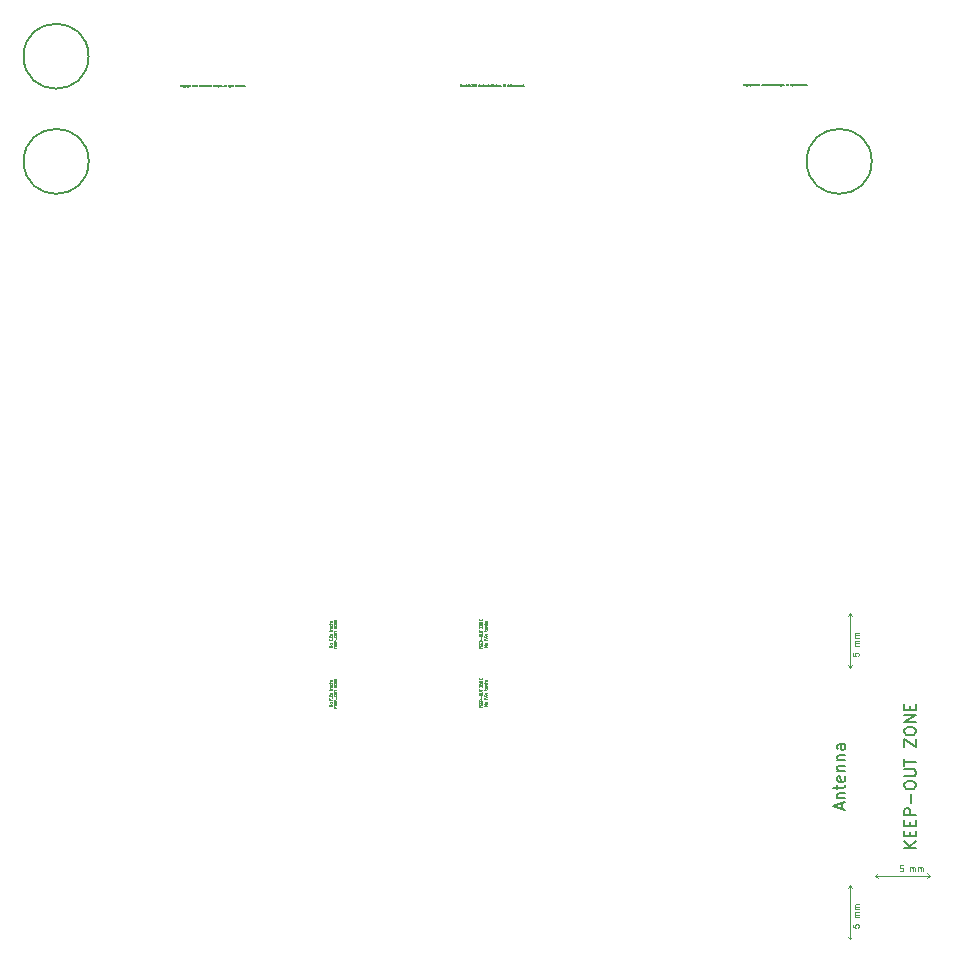
<source format=gbr>
G04 #@! TF.GenerationSoftware,KiCad,Pcbnew,(6.0.0)*
G04 #@! TF.CreationDate,2022-02-26T11:33:25+01:00*
G04 #@! TF.ProjectId,hamodule,68616d6f-6475-46c6-952e-6b696361645f,rev?*
G04 #@! TF.SameCoordinates,Original*
G04 #@! TF.FileFunction,Other,Comment*
%FSLAX46Y46*%
G04 Gerber Fmt 4.6, Leading zero omitted, Abs format (unit mm)*
G04 Created by KiCad (PCBNEW (6.0.0)) date 2022-02-26 11:33:25*
%MOMM*%
%LPD*%
G01*
G04 APERTURE LIST*
%ADD10C,0.002000*%
%ADD11C,0.030000*%
%ADD12C,0.150000*%
%ADD13C,0.100000*%
G04 APERTURE END LIST*
D10*
X166500666Y-78998857D02*
X166494619Y-79004904D01*
X166476476Y-79010952D01*
X166464380Y-79010952D01*
X166446238Y-79004904D01*
X166434142Y-78992809D01*
X166428095Y-78980714D01*
X166422047Y-78956523D01*
X166422047Y-78938380D01*
X166428095Y-78914190D01*
X166434142Y-78902095D01*
X166446238Y-78890000D01*
X166464380Y-78883952D01*
X166476476Y-78883952D01*
X166494619Y-78890000D01*
X166500666Y-78896047D01*
X166573238Y-79010952D02*
X166561142Y-79004904D01*
X166555095Y-78998857D01*
X166549047Y-78986761D01*
X166549047Y-78950476D01*
X166555095Y-78938380D01*
X166561142Y-78932333D01*
X166573238Y-78926285D01*
X166591380Y-78926285D01*
X166603476Y-78932333D01*
X166609523Y-78938380D01*
X166615571Y-78950476D01*
X166615571Y-78986761D01*
X166609523Y-78998857D01*
X166603476Y-79004904D01*
X166591380Y-79010952D01*
X166573238Y-79010952D01*
X166670000Y-78926285D02*
X166670000Y-79053285D01*
X166670000Y-78932333D02*
X166682095Y-78926285D01*
X166706285Y-78926285D01*
X166718380Y-78932333D01*
X166724428Y-78938380D01*
X166730476Y-78950476D01*
X166730476Y-78986761D01*
X166724428Y-78998857D01*
X166718380Y-79004904D01*
X166706285Y-79010952D01*
X166682095Y-79010952D01*
X166670000Y-79004904D01*
X166772809Y-78926285D02*
X166803047Y-79010952D01*
X166833285Y-78926285D02*
X166803047Y-79010952D01*
X166790952Y-79041190D01*
X166784904Y-79047238D01*
X166772809Y-79053285D01*
X166881666Y-79010952D02*
X166881666Y-78926285D01*
X166881666Y-78950476D02*
X166887714Y-78938380D01*
X166893761Y-78932333D01*
X166905857Y-78926285D01*
X166917952Y-78926285D01*
X166960285Y-79010952D02*
X166960285Y-78926285D01*
X166960285Y-78883952D02*
X166954238Y-78890000D01*
X166960285Y-78896047D01*
X166966333Y-78890000D01*
X166960285Y-78883952D01*
X166960285Y-78896047D01*
X167075190Y-78926285D02*
X167075190Y-79029095D01*
X167069142Y-79041190D01*
X167063095Y-79047238D01*
X167051000Y-79053285D01*
X167032857Y-79053285D01*
X167020761Y-79047238D01*
X167075190Y-79004904D02*
X167063095Y-79010952D01*
X167038904Y-79010952D01*
X167026809Y-79004904D01*
X167020761Y-78998857D01*
X167014714Y-78986761D01*
X167014714Y-78950476D01*
X167020761Y-78938380D01*
X167026809Y-78932333D01*
X167038904Y-78926285D01*
X167063095Y-78926285D01*
X167075190Y-78932333D01*
X167135666Y-79010952D02*
X167135666Y-78883952D01*
X167190095Y-79010952D02*
X167190095Y-78944428D01*
X167184047Y-78932333D01*
X167171952Y-78926285D01*
X167153809Y-78926285D01*
X167141714Y-78932333D01*
X167135666Y-78938380D01*
X167232428Y-78926285D02*
X167280809Y-78926285D01*
X167250571Y-78883952D02*
X167250571Y-78992809D01*
X167256619Y-79004904D01*
X167268714Y-79010952D01*
X167280809Y-79010952D01*
X167413857Y-78896047D02*
X167419904Y-78890000D01*
X167432000Y-78883952D01*
X167462238Y-78883952D01*
X167474333Y-78890000D01*
X167480380Y-78896047D01*
X167486428Y-78908142D01*
X167486428Y-78920238D01*
X167480380Y-78938380D01*
X167407809Y-79010952D01*
X167486428Y-79010952D01*
X167565047Y-78883952D02*
X167577142Y-78883952D01*
X167589238Y-78890000D01*
X167595285Y-78896047D01*
X167601333Y-78908142D01*
X167607380Y-78932333D01*
X167607380Y-78962571D01*
X167601333Y-78986761D01*
X167595285Y-78998857D01*
X167589238Y-79004904D01*
X167577142Y-79010952D01*
X167565047Y-79010952D01*
X167552952Y-79004904D01*
X167546904Y-78998857D01*
X167540857Y-78986761D01*
X167534809Y-78962571D01*
X167534809Y-78932333D01*
X167540857Y-78908142D01*
X167546904Y-78896047D01*
X167552952Y-78890000D01*
X167565047Y-78883952D01*
X167655761Y-78896047D02*
X167661809Y-78890000D01*
X167673904Y-78883952D01*
X167704142Y-78883952D01*
X167716238Y-78890000D01*
X167722285Y-78896047D01*
X167728333Y-78908142D01*
X167728333Y-78920238D01*
X167722285Y-78938380D01*
X167649714Y-79010952D01*
X167728333Y-79010952D01*
X167849285Y-79010952D02*
X167776714Y-79010952D01*
X167813000Y-79010952D02*
X167813000Y-78883952D01*
X167800904Y-78902095D01*
X167788809Y-78914190D01*
X167776714Y-78920238D01*
X167994428Y-78974666D02*
X168054904Y-78974666D01*
X167982333Y-79010952D02*
X168024666Y-78883952D01*
X168067000Y-79010952D01*
X168163761Y-79004904D02*
X168151666Y-79010952D01*
X168127476Y-79010952D01*
X168115380Y-79004904D01*
X168109333Y-78998857D01*
X168103285Y-78986761D01*
X168103285Y-78950476D01*
X168109333Y-78938380D01*
X168115380Y-78932333D01*
X168127476Y-78926285D01*
X168151666Y-78926285D01*
X168163761Y-78932333D01*
X168272619Y-79004904D02*
X168260523Y-79010952D01*
X168236333Y-79010952D01*
X168224238Y-79004904D01*
X168218190Y-78998857D01*
X168212142Y-78986761D01*
X168212142Y-78950476D01*
X168218190Y-78938380D01*
X168224238Y-78932333D01*
X168236333Y-78926285D01*
X168260523Y-78926285D01*
X168272619Y-78932333D01*
X168375428Y-79004904D02*
X168363333Y-79010952D01*
X168339142Y-79010952D01*
X168327047Y-79004904D01*
X168321000Y-78992809D01*
X168321000Y-78944428D01*
X168327047Y-78932333D01*
X168339142Y-78926285D01*
X168363333Y-78926285D01*
X168375428Y-78932333D01*
X168381476Y-78944428D01*
X168381476Y-78956523D01*
X168321000Y-78968619D01*
X168454047Y-79010952D02*
X168441952Y-79004904D01*
X168435904Y-78992809D01*
X168435904Y-78883952D01*
X168550809Y-79004904D02*
X168538714Y-79010952D01*
X168514523Y-79010952D01*
X168502428Y-79004904D01*
X168496380Y-78992809D01*
X168496380Y-78944428D01*
X168502428Y-78932333D01*
X168514523Y-78926285D01*
X168538714Y-78926285D01*
X168550809Y-78932333D01*
X168556857Y-78944428D01*
X168556857Y-78956523D01*
X168496380Y-78968619D01*
X168611285Y-79010952D02*
X168611285Y-78926285D01*
X168611285Y-78950476D02*
X168617333Y-78938380D01*
X168623380Y-78932333D01*
X168635476Y-78926285D01*
X168647571Y-78926285D01*
X168744333Y-79010952D02*
X168744333Y-78944428D01*
X168738285Y-78932333D01*
X168726190Y-78926285D01*
X168702000Y-78926285D01*
X168689904Y-78932333D01*
X168744333Y-79004904D02*
X168732238Y-79010952D01*
X168702000Y-79010952D01*
X168689904Y-79004904D01*
X168683857Y-78992809D01*
X168683857Y-78980714D01*
X168689904Y-78968619D01*
X168702000Y-78962571D01*
X168732238Y-78962571D01*
X168744333Y-78956523D01*
X168786666Y-78926285D02*
X168835047Y-78926285D01*
X168804809Y-78883952D02*
X168804809Y-78992809D01*
X168810857Y-79004904D01*
X168822952Y-79010952D01*
X168835047Y-79010952D01*
X168925761Y-79004904D02*
X168913666Y-79010952D01*
X168889476Y-79010952D01*
X168877380Y-79004904D01*
X168871333Y-78992809D01*
X168871333Y-78944428D01*
X168877380Y-78932333D01*
X168889476Y-78926285D01*
X168913666Y-78926285D01*
X168925761Y-78932333D01*
X168931809Y-78944428D01*
X168931809Y-78956523D01*
X168871333Y-78968619D01*
X169040666Y-79010952D02*
X169040666Y-78883952D01*
X169040666Y-79004904D02*
X169028571Y-79010952D01*
X169004380Y-79010952D01*
X168992285Y-79004904D01*
X168986238Y-78998857D01*
X168980190Y-78986761D01*
X168980190Y-78950476D01*
X168986238Y-78938380D01*
X168992285Y-78932333D01*
X169004380Y-78926285D01*
X169028571Y-78926285D01*
X169040666Y-78932333D01*
X169197904Y-79010952D02*
X169197904Y-78883952D01*
X169228142Y-78883952D01*
X169246285Y-78890000D01*
X169258380Y-78902095D01*
X169264428Y-78914190D01*
X169270476Y-78938380D01*
X169270476Y-78956523D01*
X169264428Y-78980714D01*
X169258380Y-78992809D01*
X169246285Y-79004904D01*
X169228142Y-79010952D01*
X169197904Y-79010952D01*
X169373285Y-79004904D02*
X169361190Y-79010952D01*
X169337000Y-79010952D01*
X169324904Y-79004904D01*
X169318857Y-78992809D01*
X169318857Y-78944428D01*
X169324904Y-78932333D01*
X169337000Y-78926285D01*
X169361190Y-78926285D01*
X169373285Y-78932333D01*
X169379333Y-78944428D01*
X169379333Y-78956523D01*
X169318857Y-78968619D01*
X169427714Y-79004904D02*
X169439809Y-79010952D01*
X169464000Y-79010952D01*
X169476095Y-79004904D01*
X169482142Y-78992809D01*
X169482142Y-78986761D01*
X169476095Y-78974666D01*
X169464000Y-78968619D01*
X169445857Y-78968619D01*
X169433761Y-78962571D01*
X169427714Y-78950476D01*
X169427714Y-78944428D01*
X169433761Y-78932333D01*
X169445857Y-78926285D01*
X169464000Y-78926285D01*
X169476095Y-78932333D01*
X169536571Y-79010952D02*
X169536571Y-78926285D01*
X169536571Y-78883952D02*
X169530523Y-78890000D01*
X169536571Y-78896047D01*
X169542619Y-78890000D01*
X169536571Y-78883952D01*
X169536571Y-78896047D01*
X169651476Y-78926285D02*
X169651476Y-79029095D01*
X169645428Y-79041190D01*
X169639380Y-79047238D01*
X169627285Y-79053285D01*
X169609142Y-79053285D01*
X169597047Y-79047238D01*
X169651476Y-79004904D02*
X169639380Y-79010952D01*
X169615190Y-79010952D01*
X169603095Y-79004904D01*
X169597047Y-78998857D01*
X169591000Y-78986761D01*
X169591000Y-78950476D01*
X169597047Y-78938380D01*
X169603095Y-78932333D01*
X169615190Y-78926285D01*
X169639380Y-78926285D01*
X169651476Y-78932333D01*
X169711952Y-78926285D02*
X169711952Y-79010952D01*
X169711952Y-78938380D02*
X169718000Y-78932333D01*
X169730095Y-78926285D01*
X169748238Y-78926285D01*
X169760333Y-78932333D01*
X169766380Y-78944428D01*
X169766380Y-79010952D01*
X169820809Y-79004904D02*
X169832904Y-79010952D01*
X169857095Y-79010952D01*
X169869190Y-79004904D01*
X169875238Y-78992809D01*
X169875238Y-78986761D01*
X169869190Y-78974666D01*
X169857095Y-78968619D01*
X169838952Y-78968619D01*
X169826857Y-78962571D01*
X169820809Y-78950476D01*
X169820809Y-78944428D01*
X169826857Y-78932333D01*
X169838952Y-78926285D01*
X169857095Y-78926285D01*
X169869190Y-78932333D01*
X169929666Y-78998857D02*
X169935714Y-79004904D01*
X169929666Y-79010952D01*
X169923619Y-79004904D01*
X169929666Y-78998857D01*
X169929666Y-79010952D01*
X170080857Y-78974666D02*
X170141333Y-78974666D01*
X170068761Y-79010952D02*
X170111095Y-78883952D01*
X170153428Y-79010952D01*
X170213904Y-79010952D02*
X170201809Y-79004904D01*
X170195761Y-78992809D01*
X170195761Y-78883952D01*
X170280428Y-79010952D02*
X170268333Y-79004904D01*
X170262285Y-78992809D01*
X170262285Y-78883952D01*
X170425571Y-79010952D02*
X170425571Y-78926285D01*
X170425571Y-78950476D02*
X170431619Y-78938380D01*
X170437666Y-78932333D01*
X170449761Y-78926285D01*
X170461857Y-78926285D01*
X170504190Y-79010952D02*
X170504190Y-78926285D01*
X170504190Y-78883952D02*
X170498142Y-78890000D01*
X170504190Y-78896047D01*
X170510238Y-78890000D01*
X170504190Y-78883952D01*
X170504190Y-78896047D01*
X170619095Y-78926285D02*
X170619095Y-79029095D01*
X170613047Y-79041190D01*
X170607000Y-79047238D01*
X170594904Y-79053285D01*
X170576761Y-79053285D01*
X170564666Y-79047238D01*
X170619095Y-79004904D02*
X170607000Y-79010952D01*
X170582809Y-79010952D01*
X170570714Y-79004904D01*
X170564666Y-78998857D01*
X170558619Y-78986761D01*
X170558619Y-78950476D01*
X170564666Y-78938380D01*
X170570714Y-78932333D01*
X170582809Y-78926285D01*
X170607000Y-78926285D01*
X170619095Y-78932333D01*
X170679571Y-79010952D02*
X170679571Y-78883952D01*
X170734000Y-79010952D02*
X170734000Y-78944428D01*
X170727952Y-78932333D01*
X170715857Y-78926285D01*
X170697714Y-78926285D01*
X170685619Y-78932333D01*
X170679571Y-78938380D01*
X170776333Y-78926285D02*
X170824714Y-78926285D01*
X170794476Y-78883952D02*
X170794476Y-78992809D01*
X170800523Y-79004904D01*
X170812619Y-79010952D01*
X170824714Y-79010952D01*
X170861000Y-79004904D02*
X170873095Y-79010952D01*
X170897285Y-79010952D01*
X170909380Y-79004904D01*
X170915428Y-78992809D01*
X170915428Y-78986761D01*
X170909380Y-78974666D01*
X170897285Y-78968619D01*
X170879142Y-78968619D01*
X170867047Y-78962571D01*
X170861000Y-78950476D01*
X170861000Y-78944428D01*
X170867047Y-78932333D01*
X170879142Y-78926285D01*
X170897285Y-78926285D01*
X170909380Y-78932333D01*
X171066619Y-79010952D02*
X171066619Y-78926285D01*
X171066619Y-78950476D02*
X171072666Y-78938380D01*
X171078714Y-78932333D01*
X171090809Y-78926285D01*
X171102904Y-78926285D01*
X171193619Y-79004904D02*
X171181523Y-79010952D01*
X171157333Y-79010952D01*
X171145238Y-79004904D01*
X171139190Y-78992809D01*
X171139190Y-78944428D01*
X171145238Y-78932333D01*
X171157333Y-78926285D01*
X171181523Y-78926285D01*
X171193619Y-78932333D01*
X171199666Y-78944428D01*
X171199666Y-78956523D01*
X171139190Y-78968619D01*
X171248047Y-79004904D02*
X171260142Y-79010952D01*
X171284333Y-79010952D01*
X171296428Y-79004904D01*
X171302476Y-78992809D01*
X171302476Y-78986761D01*
X171296428Y-78974666D01*
X171284333Y-78968619D01*
X171266190Y-78968619D01*
X171254095Y-78962571D01*
X171248047Y-78950476D01*
X171248047Y-78944428D01*
X171254095Y-78932333D01*
X171266190Y-78926285D01*
X171284333Y-78926285D01*
X171296428Y-78932333D01*
X171405285Y-79004904D02*
X171393190Y-79010952D01*
X171369000Y-79010952D01*
X171356904Y-79004904D01*
X171350857Y-78992809D01*
X171350857Y-78944428D01*
X171356904Y-78932333D01*
X171369000Y-78926285D01*
X171393190Y-78926285D01*
X171405285Y-78932333D01*
X171411333Y-78944428D01*
X171411333Y-78956523D01*
X171350857Y-78968619D01*
X171465761Y-79010952D02*
X171465761Y-78926285D01*
X171465761Y-78950476D02*
X171471809Y-78938380D01*
X171477857Y-78932333D01*
X171489952Y-78926285D01*
X171502047Y-78926285D01*
X171532285Y-78926285D02*
X171562523Y-79010952D01*
X171592761Y-78926285D01*
X171689523Y-79004904D02*
X171677428Y-79010952D01*
X171653238Y-79010952D01*
X171641142Y-79004904D01*
X171635095Y-78992809D01*
X171635095Y-78944428D01*
X171641142Y-78932333D01*
X171653238Y-78926285D01*
X171677428Y-78926285D01*
X171689523Y-78932333D01*
X171695571Y-78944428D01*
X171695571Y-78956523D01*
X171635095Y-78968619D01*
X171804428Y-79010952D02*
X171804428Y-78883952D01*
X171804428Y-79004904D02*
X171792333Y-79010952D01*
X171768142Y-79010952D01*
X171756047Y-79004904D01*
X171750000Y-78998857D01*
X171743952Y-78986761D01*
X171743952Y-78950476D01*
X171750000Y-78938380D01*
X171756047Y-78932333D01*
X171768142Y-78926285D01*
X171792333Y-78926285D01*
X171804428Y-78932333D01*
X171864904Y-78998857D02*
X171870952Y-79004904D01*
X171864904Y-79010952D01*
X171858857Y-79004904D01*
X171864904Y-78998857D01*
X171864904Y-79010952D01*
X142854266Y-79022456D02*
X142848219Y-79028503D01*
X142830076Y-79034551D01*
X142817980Y-79034551D01*
X142799838Y-79028503D01*
X142787742Y-79016408D01*
X142781695Y-79004313D01*
X142775647Y-78980122D01*
X142775647Y-78961979D01*
X142781695Y-78937789D01*
X142787742Y-78925694D01*
X142799838Y-78913599D01*
X142817980Y-78907551D01*
X142830076Y-78907551D01*
X142848219Y-78913599D01*
X142854266Y-78919646D01*
X142926838Y-79034551D02*
X142914742Y-79028503D01*
X142908695Y-79022456D01*
X142902647Y-79010360D01*
X142902647Y-78974075D01*
X142908695Y-78961979D01*
X142914742Y-78955932D01*
X142926838Y-78949884D01*
X142944980Y-78949884D01*
X142957076Y-78955932D01*
X142963123Y-78961979D01*
X142969171Y-78974075D01*
X142969171Y-79010360D01*
X142963123Y-79022456D01*
X142957076Y-79028503D01*
X142944980Y-79034551D01*
X142926838Y-79034551D01*
X143023600Y-78949884D02*
X143023600Y-79076884D01*
X143023600Y-78955932D02*
X143035695Y-78949884D01*
X143059885Y-78949884D01*
X143071980Y-78955932D01*
X143078028Y-78961979D01*
X143084076Y-78974075D01*
X143084076Y-79010360D01*
X143078028Y-79022456D01*
X143071980Y-79028503D01*
X143059885Y-79034551D01*
X143035695Y-79034551D01*
X143023600Y-79028503D01*
X143126409Y-78949884D02*
X143156647Y-79034551D01*
X143186885Y-78949884D02*
X143156647Y-79034551D01*
X143144552Y-79064789D01*
X143138504Y-79070837D01*
X143126409Y-79076884D01*
X143235266Y-79034551D02*
X143235266Y-78949884D01*
X143235266Y-78974075D02*
X143241314Y-78961979D01*
X143247361Y-78955932D01*
X143259457Y-78949884D01*
X143271552Y-78949884D01*
X143313885Y-79034551D02*
X143313885Y-78949884D01*
X143313885Y-78907551D02*
X143307838Y-78913599D01*
X143313885Y-78919646D01*
X143319933Y-78913599D01*
X143313885Y-78907551D01*
X143313885Y-78919646D01*
X143428790Y-78949884D02*
X143428790Y-79052694D01*
X143422742Y-79064789D01*
X143416695Y-79070837D01*
X143404600Y-79076884D01*
X143386457Y-79076884D01*
X143374361Y-79070837D01*
X143428790Y-79028503D02*
X143416695Y-79034551D01*
X143392504Y-79034551D01*
X143380409Y-79028503D01*
X143374361Y-79022456D01*
X143368314Y-79010360D01*
X143368314Y-78974075D01*
X143374361Y-78961979D01*
X143380409Y-78955932D01*
X143392504Y-78949884D01*
X143416695Y-78949884D01*
X143428790Y-78955932D01*
X143489266Y-79034551D02*
X143489266Y-78907551D01*
X143543695Y-79034551D02*
X143543695Y-78968027D01*
X143537647Y-78955932D01*
X143525552Y-78949884D01*
X143507409Y-78949884D01*
X143495314Y-78955932D01*
X143489266Y-78961979D01*
X143586028Y-78949884D02*
X143634409Y-78949884D01*
X143604171Y-78907551D02*
X143604171Y-79016408D01*
X143610219Y-79028503D01*
X143622314Y-79034551D01*
X143634409Y-79034551D01*
X143767457Y-78919646D02*
X143773504Y-78913599D01*
X143785600Y-78907551D01*
X143815838Y-78907551D01*
X143827933Y-78913599D01*
X143833980Y-78919646D01*
X143840028Y-78931741D01*
X143840028Y-78943837D01*
X143833980Y-78961979D01*
X143761409Y-79034551D01*
X143840028Y-79034551D01*
X143918647Y-78907551D02*
X143930742Y-78907551D01*
X143942838Y-78913599D01*
X143948885Y-78919646D01*
X143954933Y-78931741D01*
X143960980Y-78955932D01*
X143960980Y-78986170D01*
X143954933Y-79010360D01*
X143948885Y-79022456D01*
X143942838Y-79028503D01*
X143930742Y-79034551D01*
X143918647Y-79034551D01*
X143906552Y-79028503D01*
X143900504Y-79022456D01*
X143894457Y-79010360D01*
X143888409Y-78986170D01*
X143888409Y-78955932D01*
X143894457Y-78931741D01*
X143900504Y-78919646D01*
X143906552Y-78913599D01*
X143918647Y-78907551D01*
X144009361Y-78919646D02*
X144015409Y-78913599D01*
X144027504Y-78907551D01*
X144057742Y-78907551D01*
X144069838Y-78913599D01*
X144075885Y-78919646D01*
X144081933Y-78931741D01*
X144081933Y-78943837D01*
X144075885Y-78961979D01*
X144003314Y-79034551D01*
X144081933Y-79034551D01*
X144202885Y-79034551D02*
X144130314Y-79034551D01*
X144166600Y-79034551D02*
X144166600Y-78907551D01*
X144154504Y-78925694D01*
X144142409Y-78937789D01*
X144130314Y-78943837D01*
X144348028Y-78998265D02*
X144408504Y-78998265D01*
X144335933Y-79034551D02*
X144378266Y-78907551D01*
X144420600Y-79034551D01*
X144517361Y-79028503D02*
X144505266Y-79034551D01*
X144481076Y-79034551D01*
X144468980Y-79028503D01*
X144462933Y-79022456D01*
X144456885Y-79010360D01*
X144456885Y-78974075D01*
X144462933Y-78961979D01*
X144468980Y-78955932D01*
X144481076Y-78949884D01*
X144505266Y-78949884D01*
X144517361Y-78955932D01*
X144626219Y-79028503D02*
X144614123Y-79034551D01*
X144589933Y-79034551D01*
X144577838Y-79028503D01*
X144571790Y-79022456D01*
X144565742Y-79010360D01*
X144565742Y-78974075D01*
X144571790Y-78961979D01*
X144577838Y-78955932D01*
X144589933Y-78949884D01*
X144614123Y-78949884D01*
X144626219Y-78955932D01*
X144729028Y-79028503D02*
X144716933Y-79034551D01*
X144692742Y-79034551D01*
X144680647Y-79028503D01*
X144674600Y-79016408D01*
X144674600Y-78968027D01*
X144680647Y-78955932D01*
X144692742Y-78949884D01*
X144716933Y-78949884D01*
X144729028Y-78955932D01*
X144735076Y-78968027D01*
X144735076Y-78980122D01*
X144674600Y-78992218D01*
X144807647Y-79034551D02*
X144795552Y-79028503D01*
X144789504Y-79016408D01*
X144789504Y-78907551D01*
X144904409Y-79028503D02*
X144892314Y-79034551D01*
X144868123Y-79034551D01*
X144856028Y-79028503D01*
X144849980Y-79016408D01*
X144849980Y-78968027D01*
X144856028Y-78955932D01*
X144868123Y-78949884D01*
X144892314Y-78949884D01*
X144904409Y-78955932D01*
X144910457Y-78968027D01*
X144910457Y-78980122D01*
X144849980Y-78992218D01*
X144964885Y-79034551D02*
X144964885Y-78949884D01*
X144964885Y-78974075D02*
X144970933Y-78961979D01*
X144976980Y-78955932D01*
X144989076Y-78949884D01*
X145001171Y-78949884D01*
X145097933Y-79034551D02*
X145097933Y-78968027D01*
X145091885Y-78955932D01*
X145079790Y-78949884D01*
X145055600Y-78949884D01*
X145043504Y-78955932D01*
X145097933Y-79028503D02*
X145085838Y-79034551D01*
X145055600Y-79034551D01*
X145043504Y-79028503D01*
X145037457Y-79016408D01*
X145037457Y-79004313D01*
X145043504Y-78992218D01*
X145055600Y-78986170D01*
X145085838Y-78986170D01*
X145097933Y-78980122D01*
X145140266Y-78949884D02*
X145188647Y-78949884D01*
X145158409Y-78907551D02*
X145158409Y-79016408D01*
X145164457Y-79028503D01*
X145176552Y-79034551D01*
X145188647Y-79034551D01*
X145279361Y-79028503D02*
X145267266Y-79034551D01*
X145243076Y-79034551D01*
X145230980Y-79028503D01*
X145224933Y-79016408D01*
X145224933Y-78968027D01*
X145230980Y-78955932D01*
X145243076Y-78949884D01*
X145267266Y-78949884D01*
X145279361Y-78955932D01*
X145285409Y-78968027D01*
X145285409Y-78980122D01*
X145224933Y-78992218D01*
X145394266Y-79034551D02*
X145394266Y-78907551D01*
X145394266Y-79028503D02*
X145382171Y-79034551D01*
X145357980Y-79034551D01*
X145345885Y-79028503D01*
X145339838Y-79022456D01*
X145333790Y-79010360D01*
X145333790Y-78974075D01*
X145339838Y-78961979D01*
X145345885Y-78955932D01*
X145357980Y-78949884D01*
X145382171Y-78949884D01*
X145394266Y-78955932D01*
X145551504Y-79034551D02*
X145551504Y-78907551D01*
X145581742Y-78907551D01*
X145599885Y-78913599D01*
X145611980Y-78925694D01*
X145618028Y-78937789D01*
X145624076Y-78961979D01*
X145624076Y-78980122D01*
X145618028Y-79004313D01*
X145611980Y-79016408D01*
X145599885Y-79028503D01*
X145581742Y-79034551D01*
X145551504Y-79034551D01*
X145726885Y-79028503D02*
X145714790Y-79034551D01*
X145690600Y-79034551D01*
X145678504Y-79028503D01*
X145672457Y-79016408D01*
X145672457Y-78968027D01*
X145678504Y-78955932D01*
X145690600Y-78949884D01*
X145714790Y-78949884D01*
X145726885Y-78955932D01*
X145732933Y-78968027D01*
X145732933Y-78980122D01*
X145672457Y-78992218D01*
X145781314Y-79028503D02*
X145793409Y-79034551D01*
X145817600Y-79034551D01*
X145829695Y-79028503D01*
X145835742Y-79016408D01*
X145835742Y-79010360D01*
X145829695Y-78998265D01*
X145817600Y-78992218D01*
X145799457Y-78992218D01*
X145787361Y-78986170D01*
X145781314Y-78974075D01*
X145781314Y-78968027D01*
X145787361Y-78955932D01*
X145799457Y-78949884D01*
X145817600Y-78949884D01*
X145829695Y-78955932D01*
X145890171Y-79034551D02*
X145890171Y-78949884D01*
X145890171Y-78907551D02*
X145884123Y-78913599D01*
X145890171Y-78919646D01*
X145896219Y-78913599D01*
X145890171Y-78907551D01*
X145890171Y-78919646D01*
X146005076Y-78949884D02*
X146005076Y-79052694D01*
X145999028Y-79064789D01*
X145992980Y-79070837D01*
X145980885Y-79076884D01*
X145962742Y-79076884D01*
X145950647Y-79070837D01*
X146005076Y-79028503D02*
X145992980Y-79034551D01*
X145968790Y-79034551D01*
X145956695Y-79028503D01*
X145950647Y-79022456D01*
X145944600Y-79010360D01*
X145944600Y-78974075D01*
X145950647Y-78961979D01*
X145956695Y-78955932D01*
X145968790Y-78949884D01*
X145992980Y-78949884D01*
X146005076Y-78955932D01*
X146065552Y-78949884D02*
X146065552Y-79034551D01*
X146065552Y-78961979D02*
X146071600Y-78955932D01*
X146083695Y-78949884D01*
X146101838Y-78949884D01*
X146113933Y-78955932D01*
X146119980Y-78968027D01*
X146119980Y-79034551D01*
X146174409Y-79028503D02*
X146186504Y-79034551D01*
X146210695Y-79034551D01*
X146222790Y-79028503D01*
X146228838Y-79016408D01*
X146228838Y-79010360D01*
X146222790Y-78998265D01*
X146210695Y-78992218D01*
X146192552Y-78992218D01*
X146180457Y-78986170D01*
X146174409Y-78974075D01*
X146174409Y-78968027D01*
X146180457Y-78955932D01*
X146192552Y-78949884D01*
X146210695Y-78949884D01*
X146222790Y-78955932D01*
X146283266Y-79022456D02*
X146289314Y-79028503D01*
X146283266Y-79034551D01*
X146277219Y-79028503D01*
X146283266Y-79022456D01*
X146283266Y-79034551D01*
X146434457Y-78998265D02*
X146494933Y-78998265D01*
X146422361Y-79034551D02*
X146464695Y-78907551D01*
X146507028Y-79034551D01*
X146567504Y-79034551D02*
X146555409Y-79028503D01*
X146549361Y-79016408D01*
X146549361Y-78907551D01*
X146634028Y-79034551D02*
X146621933Y-79028503D01*
X146615885Y-79016408D01*
X146615885Y-78907551D01*
X146779171Y-79034551D02*
X146779171Y-78949884D01*
X146779171Y-78974075D02*
X146785219Y-78961979D01*
X146791266Y-78955932D01*
X146803361Y-78949884D01*
X146815457Y-78949884D01*
X146857790Y-79034551D02*
X146857790Y-78949884D01*
X146857790Y-78907551D02*
X146851742Y-78913599D01*
X146857790Y-78919646D01*
X146863838Y-78913599D01*
X146857790Y-78907551D01*
X146857790Y-78919646D01*
X146972695Y-78949884D02*
X146972695Y-79052694D01*
X146966647Y-79064789D01*
X146960600Y-79070837D01*
X146948504Y-79076884D01*
X146930361Y-79076884D01*
X146918266Y-79070837D01*
X146972695Y-79028503D02*
X146960600Y-79034551D01*
X146936409Y-79034551D01*
X146924314Y-79028503D01*
X146918266Y-79022456D01*
X146912219Y-79010360D01*
X146912219Y-78974075D01*
X146918266Y-78961979D01*
X146924314Y-78955932D01*
X146936409Y-78949884D01*
X146960600Y-78949884D01*
X146972695Y-78955932D01*
X147033171Y-79034551D02*
X147033171Y-78907551D01*
X147087600Y-79034551D02*
X147087600Y-78968027D01*
X147081552Y-78955932D01*
X147069457Y-78949884D01*
X147051314Y-78949884D01*
X147039219Y-78955932D01*
X147033171Y-78961979D01*
X147129933Y-78949884D02*
X147178314Y-78949884D01*
X147148076Y-78907551D02*
X147148076Y-79016408D01*
X147154123Y-79028503D01*
X147166219Y-79034551D01*
X147178314Y-79034551D01*
X147214600Y-79028503D02*
X147226695Y-79034551D01*
X147250885Y-79034551D01*
X147262980Y-79028503D01*
X147269028Y-79016408D01*
X147269028Y-79010360D01*
X147262980Y-78998265D01*
X147250885Y-78992218D01*
X147232742Y-78992218D01*
X147220647Y-78986170D01*
X147214600Y-78974075D01*
X147214600Y-78968027D01*
X147220647Y-78955932D01*
X147232742Y-78949884D01*
X147250885Y-78949884D01*
X147262980Y-78955932D01*
X147420219Y-79034551D02*
X147420219Y-78949884D01*
X147420219Y-78974075D02*
X147426266Y-78961979D01*
X147432314Y-78955932D01*
X147444409Y-78949884D01*
X147456504Y-78949884D01*
X147547219Y-79028503D02*
X147535123Y-79034551D01*
X147510933Y-79034551D01*
X147498838Y-79028503D01*
X147492790Y-79016408D01*
X147492790Y-78968027D01*
X147498838Y-78955932D01*
X147510933Y-78949884D01*
X147535123Y-78949884D01*
X147547219Y-78955932D01*
X147553266Y-78968027D01*
X147553266Y-78980122D01*
X147492790Y-78992218D01*
X147601647Y-79028503D02*
X147613742Y-79034551D01*
X147637933Y-79034551D01*
X147650028Y-79028503D01*
X147656076Y-79016408D01*
X147656076Y-79010360D01*
X147650028Y-78998265D01*
X147637933Y-78992218D01*
X147619790Y-78992218D01*
X147607695Y-78986170D01*
X147601647Y-78974075D01*
X147601647Y-78968027D01*
X147607695Y-78955932D01*
X147619790Y-78949884D01*
X147637933Y-78949884D01*
X147650028Y-78955932D01*
X147758885Y-79028503D02*
X147746790Y-79034551D01*
X147722600Y-79034551D01*
X147710504Y-79028503D01*
X147704457Y-79016408D01*
X147704457Y-78968027D01*
X147710504Y-78955932D01*
X147722600Y-78949884D01*
X147746790Y-78949884D01*
X147758885Y-78955932D01*
X147764933Y-78968027D01*
X147764933Y-78980122D01*
X147704457Y-78992218D01*
X147819361Y-79034551D02*
X147819361Y-78949884D01*
X147819361Y-78974075D02*
X147825409Y-78961979D01*
X147831457Y-78955932D01*
X147843552Y-78949884D01*
X147855647Y-78949884D01*
X147885885Y-78949884D02*
X147916123Y-79034551D01*
X147946361Y-78949884D01*
X148043123Y-79028503D02*
X148031028Y-79034551D01*
X148006838Y-79034551D01*
X147994742Y-79028503D01*
X147988695Y-79016408D01*
X147988695Y-78968027D01*
X147994742Y-78955932D01*
X148006838Y-78949884D01*
X148031028Y-78949884D01*
X148043123Y-78955932D01*
X148049171Y-78968027D01*
X148049171Y-78980122D01*
X147988695Y-78992218D01*
X148158028Y-79034551D02*
X148158028Y-78907551D01*
X148158028Y-79028503D02*
X148145933Y-79034551D01*
X148121742Y-79034551D01*
X148109647Y-79028503D01*
X148103600Y-79022456D01*
X148097552Y-79010360D01*
X148097552Y-78974075D01*
X148103600Y-78961979D01*
X148109647Y-78955932D01*
X148121742Y-78949884D01*
X148145933Y-78949884D01*
X148158028Y-78955932D01*
X148218504Y-79022456D02*
X148224552Y-79028503D01*
X148218504Y-79034551D01*
X148212457Y-79028503D01*
X148218504Y-79022456D01*
X148218504Y-79034551D01*
X190460666Y-78958856D02*
X190454619Y-78964903D01*
X190436476Y-78970951D01*
X190424380Y-78970951D01*
X190406238Y-78964903D01*
X190394142Y-78952808D01*
X190388095Y-78940713D01*
X190382047Y-78916522D01*
X190382047Y-78898379D01*
X190388095Y-78874189D01*
X190394142Y-78862094D01*
X190406238Y-78849999D01*
X190424380Y-78843951D01*
X190436476Y-78843951D01*
X190454619Y-78849999D01*
X190460666Y-78856046D01*
X190533238Y-78970951D02*
X190521142Y-78964903D01*
X190515095Y-78958856D01*
X190509047Y-78946760D01*
X190509047Y-78910475D01*
X190515095Y-78898379D01*
X190521142Y-78892332D01*
X190533238Y-78886284D01*
X190551380Y-78886284D01*
X190563476Y-78892332D01*
X190569523Y-78898379D01*
X190575571Y-78910475D01*
X190575571Y-78946760D01*
X190569523Y-78958856D01*
X190563476Y-78964903D01*
X190551380Y-78970951D01*
X190533238Y-78970951D01*
X190630000Y-78886284D02*
X190630000Y-79013284D01*
X190630000Y-78892332D02*
X190642095Y-78886284D01*
X190666285Y-78886284D01*
X190678380Y-78892332D01*
X190684428Y-78898379D01*
X190690476Y-78910475D01*
X190690476Y-78946760D01*
X190684428Y-78958856D01*
X190678380Y-78964903D01*
X190666285Y-78970951D01*
X190642095Y-78970951D01*
X190630000Y-78964903D01*
X190732809Y-78886284D02*
X190763047Y-78970951D01*
X190793285Y-78886284D02*
X190763047Y-78970951D01*
X190750952Y-79001189D01*
X190744904Y-79007237D01*
X190732809Y-79013284D01*
X190841666Y-78970951D02*
X190841666Y-78886284D01*
X190841666Y-78910475D02*
X190847714Y-78898379D01*
X190853761Y-78892332D01*
X190865857Y-78886284D01*
X190877952Y-78886284D01*
X190920285Y-78970951D02*
X190920285Y-78886284D01*
X190920285Y-78843951D02*
X190914238Y-78849999D01*
X190920285Y-78856046D01*
X190926333Y-78849999D01*
X190920285Y-78843951D01*
X190920285Y-78856046D01*
X191035190Y-78886284D02*
X191035190Y-78989094D01*
X191029142Y-79001189D01*
X191023095Y-79007237D01*
X191011000Y-79013284D01*
X190992857Y-79013284D01*
X190980761Y-79007237D01*
X191035190Y-78964903D02*
X191023095Y-78970951D01*
X190998904Y-78970951D01*
X190986809Y-78964903D01*
X190980761Y-78958856D01*
X190974714Y-78946760D01*
X190974714Y-78910475D01*
X190980761Y-78898379D01*
X190986809Y-78892332D01*
X190998904Y-78886284D01*
X191023095Y-78886284D01*
X191035190Y-78892332D01*
X191095666Y-78970951D02*
X191095666Y-78843951D01*
X191150095Y-78970951D02*
X191150095Y-78904427D01*
X191144047Y-78892332D01*
X191131952Y-78886284D01*
X191113809Y-78886284D01*
X191101714Y-78892332D01*
X191095666Y-78898379D01*
X191192428Y-78886284D02*
X191240809Y-78886284D01*
X191210571Y-78843951D02*
X191210571Y-78952808D01*
X191216619Y-78964903D01*
X191228714Y-78970951D01*
X191240809Y-78970951D01*
X191373857Y-78856046D02*
X191379904Y-78849999D01*
X191392000Y-78843951D01*
X191422238Y-78843951D01*
X191434333Y-78849999D01*
X191440380Y-78856046D01*
X191446428Y-78868141D01*
X191446428Y-78880237D01*
X191440380Y-78898379D01*
X191367809Y-78970951D01*
X191446428Y-78970951D01*
X191525047Y-78843951D02*
X191537142Y-78843951D01*
X191549238Y-78849999D01*
X191555285Y-78856046D01*
X191561333Y-78868141D01*
X191567380Y-78892332D01*
X191567380Y-78922570D01*
X191561333Y-78946760D01*
X191555285Y-78958856D01*
X191549238Y-78964903D01*
X191537142Y-78970951D01*
X191525047Y-78970951D01*
X191512952Y-78964903D01*
X191506904Y-78958856D01*
X191500857Y-78946760D01*
X191494809Y-78922570D01*
X191494809Y-78892332D01*
X191500857Y-78868141D01*
X191506904Y-78856046D01*
X191512952Y-78849999D01*
X191525047Y-78843951D01*
X191615761Y-78856046D02*
X191621809Y-78849999D01*
X191633904Y-78843951D01*
X191664142Y-78843951D01*
X191676238Y-78849999D01*
X191682285Y-78856046D01*
X191688333Y-78868141D01*
X191688333Y-78880237D01*
X191682285Y-78898379D01*
X191609714Y-78970951D01*
X191688333Y-78970951D01*
X191809285Y-78970951D02*
X191736714Y-78970951D01*
X191773000Y-78970951D02*
X191773000Y-78843951D01*
X191760904Y-78862094D01*
X191748809Y-78874189D01*
X191736714Y-78880237D01*
X191954428Y-78934665D02*
X192014904Y-78934665D01*
X191942333Y-78970951D02*
X191984666Y-78843951D01*
X192027000Y-78970951D01*
X192123761Y-78964903D02*
X192111666Y-78970951D01*
X192087476Y-78970951D01*
X192075380Y-78964903D01*
X192069333Y-78958856D01*
X192063285Y-78946760D01*
X192063285Y-78910475D01*
X192069333Y-78898379D01*
X192075380Y-78892332D01*
X192087476Y-78886284D01*
X192111666Y-78886284D01*
X192123761Y-78892332D01*
X192232619Y-78964903D02*
X192220523Y-78970951D01*
X192196333Y-78970951D01*
X192184238Y-78964903D01*
X192178190Y-78958856D01*
X192172142Y-78946760D01*
X192172142Y-78910475D01*
X192178190Y-78898379D01*
X192184238Y-78892332D01*
X192196333Y-78886284D01*
X192220523Y-78886284D01*
X192232619Y-78892332D01*
X192335428Y-78964903D02*
X192323333Y-78970951D01*
X192299142Y-78970951D01*
X192287047Y-78964903D01*
X192281000Y-78952808D01*
X192281000Y-78904427D01*
X192287047Y-78892332D01*
X192299142Y-78886284D01*
X192323333Y-78886284D01*
X192335428Y-78892332D01*
X192341476Y-78904427D01*
X192341476Y-78916522D01*
X192281000Y-78928618D01*
X192414047Y-78970951D02*
X192401952Y-78964903D01*
X192395904Y-78952808D01*
X192395904Y-78843951D01*
X192510809Y-78964903D02*
X192498714Y-78970951D01*
X192474523Y-78970951D01*
X192462428Y-78964903D01*
X192456380Y-78952808D01*
X192456380Y-78904427D01*
X192462428Y-78892332D01*
X192474523Y-78886284D01*
X192498714Y-78886284D01*
X192510809Y-78892332D01*
X192516857Y-78904427D01*
X192516857Y-78916522D01*
X192456380Y-78928618D01*
X192571285Y-78970951D02*
X192571285Y-78886284D01*
X192571285Y-78910475D02*
X192577333Y-78898379D01*
X192583380Y-78892332D01*
X192595476Y-78886284D01*
X192607571Y-78886284D01*
X192704333Y-78970951D02*
X192704333Y-78904427D01*
X192698285Y-78892332D01*
X192686190Y-78886284D01*
X192662000Y-78886284D01*
X192649904Y-78892332D01*
X192704333Y-78964903D02*
X192692238Y-78970951D01*
X192662000Y-78970951D01*
X192649904Y-78964903D01*
X192643857Y-78952808D01*
X192643857Y-78940713D01*
X192649904Y-78928618D01*
X192662000Y-78922570D01*
X192692238Y-78922570D01*
X192704333Y-78916522D01*
X192746666Y-78886284D02*
X192795047Y-78886284D01*
X192764809Y-78843951D02*
X192764809Y-78952808D01*
X192770857Y-78964903D01*
X192782952Y-78970951D01*
X192795047Y-78970951D01*
X192885761Y-78964903D02*
X192873666Y-78970951D01*
X192849476Y-78970951D01*
X192837380Y-78964903D01*
X192831333Y-78952808D01*
X192831333Y-78904427D01*
X192837380Y-78892332D01*
X192849476Y-78886284D01*
X192873666Y-78886284D01*
X192885761Y-78892332D01*
X192891809Y-78904427D01*
X192891809Y-78916522D01*
X192831333Y-78928618D01*
X193000666Y-78970951D02*
X193000666Y-78843951D01*
X193000666Y-78964903D02*
X192988571Y-78970951D01*
X192964380Y-78970951D01*
X192952285Y-78964903D01*
X192946238Y-78958856D01*
X192940190Y-78946760D01*
X192940190Y-78910475D01*
X192946238Y-78898379D01*
X192952285Y-78892332D01*
X192964380Y-78886284D01*
X192988571Y-78886284D01*
X193000666Y-78892332D01*
X193157904Y-78970951D02*
X193157904Y-78843951D01*
X193188142Y-78843951D01*
X193206285Y-78849999D01*
X193218380Y-78862094D01*
X193224428Y-78874189D01*
X193230476Y-78898379D01*
X193230476Y-78916522D01*
X193224428Y-78940713D01*
X193218380Y-78952808D01*
X193206285Y-78964903D01*
X193188142Y-78970951D01*
X193157904Y-78970951D01*
X193333285Y-78964903D02*
X193321190Y-78970951D01*
X193297000Y-78970951D01*
X193284904Y-78964903D01*
X193278857Y-78952808D01*
X193278857Y-78904427D01*
X193284904Y-78892332D01*
X193297000Y-78886284D01*
X193321190Y-78886284D01*
X193333285Y-78892332D01*
X193339333Y-78904427D01*
X193339333Y-78916522D01*
X193278857Y-78928618D01*
X193387714Y-78964903D02*
X193399809Y-78970951D01*
X193424000Y-78970951D01*
X193436095Y-78964903D01*
X193442142Y-78952808D01*
X193442142Y-78946760D01*
X193436095Y-78934665D01*
X193424000Y-78928618D01*
X193405857Y-78928618D01*
X193393761Y-78922570D01*
X193387714Y-78910475D01*
X193387714Y-78904427D01*
X193393761Y-78892332D01*
X193405857Y-78886284D01*
X193424000Y-78886284D01*
X193436095Y-78892332D01*
X193496571Y-78970951D02*
X193496571Y-78886284D01*
X193496571Y-78843951D02*
X193490523Y-78849999D01*
X193496571Y-78856046D01*
X193502619Y-78849999D01*
X193496571Y-78843951D01*
X193496571Y-78856046D01*
X193611476Y-78886284D02*
X193611476Y-78989094D01*
X193605428Y-79001189D01*
X193599380Y-79007237D01*
X193587285Y-79013284D01*
X193569142Y-79013284D01*
X193557047Y-79007237D01*
X193611476Y-78964903D02*
X193599380Y-78970951D01*
X193575190Y-78970951D01*
X193563095Y-78964903D01*
X193557047Y-78958856D01*
X193551000Y-78946760D01*
X193551000Y-78910475D01*
X193557047Y-78898379D01*
X193563095Y-78892332D01*
X193575190Y-78886284D01*
X193599380Y-78886284D01*
X193611476Y-78892332D01*
X193671952Y-78886284D02*
X193671952Y-78970951D01*
X193671952Y-78898379D02*
X193678000Y-78892332D01*
X193690095Y-78886284D01*
X193708238Y-78886284D01*
X193720333Y-78892332D01*
X193726380Y-78904427D01*
X193726380Y-78970951D01*
X193780809Y-78964903D02*
X193792904Y-78970951D01*
X193817095Y-78970951D01*
X193829190Y-78964903D01*
X193835238Y-78952808D01*
X193835238Y-78946760D01*
X193829190Y-78934665D01*
X193817095Y-78928618D01*
X193798952Y-78928618D01*
X193786857Y-78922570D01*
X193780809Y-78910475D01*
X193780809Y-78904427D01*
X193786857Y-78892332D01*
X193798952Y-78886284D01*
X193817095Y-78886284D01*
X193829190Y-78892332D01*
X193889666Y-78958856D02*
X193895714Y-78964903D01*
X193889666Y-78970951D01*
X193883619Y-78964903D01*
X193889666Y-78958856D01*
X193889666Y-78970951D01*
X194040857Y-78934665D02*
X194101333Y-78934665D01*
X194028761Y-78970951D02*
X194071095Y-78843951D01*
X194113428Y-78970951D01*
X194173904Y-78970951D02*
X194161809Y-78964903D01*
X194155761Y-78952808D01*
X194155761Y-78843951D01*
X194240428Y-78970951D02*
X194228333Y-78964903D01*
X194222285Y-78952808D01*
X194222285Y-78843951D01*
X194385571Y-78970951D02*
X194385571Y-78886284D01*
X194385571Y-78910475D02*
X194391619Y-78898379D01*
X194397666Y-78892332D01*
X194409761Y-78886284D01*
X194421857Y-78886284D01*
X194464190Y-78970951D02*
X194464190Y-78886284D01*
X194464190Y-78843951D02*
X194458142Y-78849999D01*
X194464190Y-78856046D01*
X194470238Y-78849999D01*
X194464190Y-78843951D01*
X194464190Y-78856046D01*
X194579095Y-78886284D02*
X194579095Y-78989094D01*
X194573047Y-79001189D01*
X194567000Y-79007237D01*
X194554904Y-79013284D01*
X194536761Y-79013284D01*
X194524666Y-79007237D01*
X194579095Y-78964903D02*
X194567000Y-78970951D01*
X194542809Y-78970951D01*
X194530714Y-78964903D01*
X194524666Y-78958856D01*
X194518619Y-78946760D01*
X194518619Y-78910475D01*
X194524666Y-78898379D01*
X194530714Y-78892332D01*
X194542809Y-78886284D01*
X194567000Y-78886284D01*
X194579095Y-78892332D01*
X194639571Y-78970951D02*
X194639571Y-78843951D01*
X194694000Y-78970951D02*
X194694000Y-78904427D01*
X194687952Y-78892332D01*
X194675857Y-78886284D01*
X194657714Y-78886284D01*
X194645619Y-78892332D01*
X194639571Y-78898379D01*
X194736333Y-78886284D02*
X194784714Y-78886284D01*
X194754476Y-78843951D02*
X194754476Y-78952808D01*
X194760523Y-78964903D01*
X194772619Y-78970951D01*
X194784714Y-78970951D01*
X194821000Y-78964903D02*
X194833095Y-78970951D01*
X194857285Y-78970951D01*
X194869380Y-78964903D01*
X194875428Y-78952808D01*
X194875428Y-78946760D01*
X194869380Y-78934665D01*
X194857285Y-78928618D01*
X194839142Y-78928618D01*
X194827047Y-78922570D01*
X194821000Y-78910475D01*
X194821000Y-78904427D01*
X194827047Y-78892332D01*
X194839142Y-78886284D01*
X194857285Y-78886284D01*
X194869380Y-78892332D01*
X195026619Y-78970951D02*
X195026619Y-78886284D01*
X195026619Y-78910475D02*
X195032666Y-78898379D01*
X195038714Y-78892332D01*
X195050809Y-78886284D01*
X195062904Y-78886284D01*
X195153619Y-78964903D02*
X195141523Y-78970951D01*
X195117333Y-78970951D01*
X195105238Y-78964903D01*
X195099190Y-78952808D01*
X195099190Y-78904427D01*
X195105238Y-78892332D01*
X195117333Y-78886284D01*
X195141523Y-78886284D01*
X195153619Y-78892332D01*
X195159666Y-78904427D01*
X195159666Y-78916522D01*
X195099190Y-78928618D01*
X195208047Y-78964903D02*
X195220142Y-78970951D01*
X195244333Y-78970951D01*
X195256428Y-78964903D01*
X195262476Y-78952808D01*
X195262476Y-78946760D01*
X195256428Y-78934665D01*
X195244333Y-78928618D01*
X195226190Y-78928618D01*
X195214095Y-78922570D01*
X195208047Y-78910475D01*
X195208047Y-78904427D01*
X195214095Y-78892332D01*
X195226190Y-78886284D01*
X195244333Y-78886284D01*
X195256428Y-78892332D01*
X195365285Y-78964903D02*
X195353190Y-78970951D01*
X195329000Y-78970951D01*
X195316904Y-78964903D01*
X195310857Y-78952808D01*
X195310857Y-78904427D01*
X195316904Y-78892332D01*
X195329000Y-78886284D01*
X195353190Y-78886284D01*
X195365285Y-78892332D01*
X195371333Y-78904427D01*
X195371333Y-78916522D01*
X195310857Y-78928618D01*
X195425761Y-78970951D02*
X195425761Y-78886284D01*
X195425761Y-78910475D02*
X195431809Y-78898379D01*
X195437857Y-78892332D01*
X195449952Y-78886284D01*
X195462047Y-78886284D01*
X195492285Y-78886284D02*
X195522523Y-78970951D01*
X195552761Y-78886284D01*
X195649523Y-78964903D02*
X195637428Y-78970951D01*
X195613238Y-78970951D01*
X195601142Y-78964903D01*
X195595095Y-78952808D01*
X195595095Y-78904427D01*
X195601142Y-78892332D01*
X195613238Y-78886284D01*
X195637428Y-78886284D01*
X195649523Y-78892332D01*
X195655571Y-78904427D01*
X195655571Y-78916522D01*
X195595095Y-78928618D01*
X195764428Y-78970951D02*
X195764428Y-78843951D01*
X195764428Y-78964903D02*
X195752333Y-78970951D01*
X195728142Y-78970951D01*
X195716047Y-78964903D01*
X195710000Y-78958856D01*
X195703952Y-78946760D01*
X195703952Y-78910475D01*
X195710000Y-78898379D01*
X195716047Y-78892332D01*
X195728142Y-78886284D01*
X195752333Y-78886284D01*
X195764428Y-78892332D01*
X195824904Y-78958856D02*
X195830952Y-78964903D01*
X195824904Y-78970951D01*
X195818857Y-78964903D01*
X195824904Y-78958856D01*
X195824904Y-78970951D01*
D11*
X168306976Y-126617785D02*
X168106976Y-126617785D01*
X168306976Y-126503500D02*
X168192690Y-126589214D01*
X168106976Y-126503500D02*
X168221261Y-126617785D01*
X168202214Y-126417785D02*
X168202214Y-126351119D01*
X168306976Y-126322547D02*
X168306976Y-126417785D01*
X168106976Y-126417785D01*
X168106976Y-126322547D01*
X168202214Y-126236833D02*
X168202214Y-126170166D01*
X168306976Y-126141595D02*
X168306976Y-126236833D01*
X168106976Y-126236833D01*
X168106976Y-126141595D01*
X168306976Y-126055880D02*
X168106976Y-126055880D01*
X168106976Y-125979690D01*
X168116500Y-125960642D01*
X168126023Y-125951119D01*
X168145071Y-125941595D01*
X168173642Y-125941595D01*
X168192690Y-125951119D01*
X168202214Y-125960642D01*
X168211738Y-125979690D01*
X168211738Y-126055880D01*
X168230785Y-125855880D02*
X168230785Y-125703500D01*
X168106976Y-125570166D02*
X168106976Y-125532071D01*
X168116500Y-125513023D01*
X168135547Y-125493976D01*
X168173642Y-125484452D01*
X168240309Y-125484452D01*
X168278404Y-125493976D01*
X168297452Y-125513023D01*
X168306976Y-125532071D01*
X168306976Y-125570166D01*
X168297452Y-125589214D01*
X168278404Y-125608261D01*
X168240309Y-125617785D01*
X168173642Y-125617785D01*
X168135547Y-125608261D01*
X168116500Y-125589214D01*
X168106976Y-125570166D01*
X168106976Y-125398738D02*
X168268880Y-125398738D01*
X168287928Y-125389214D01*
X168297452Y-125379690D01*
X168306976Y-125360642D01*
X168306976Y-125322547D01*
X168297452Y-125303500D01*
X168287928Y-125293976D01*
X168268880Y-125284452D01*
X168106976Y-125284452D01*
X168106976Y-125217785D02*
X168106976Y-125103500D01*
X168306976Y-125160642D02*
X168106976Y-125160642D01*
X168106976Y-124903500D02*
X168106976Y-124770166D01*
X168306976Y-124903500D01*
X168306976Y-124770166D01*
X168106976Y-124655880D02*
X168106976Y-124617785D01*
X168116500Y-124598738D01*
X168135547Y-124579690D01*
X168173642Y-124570166D01*
X168240309Y-124570166D01*
X168278404Y-124579690D01*
X168297452Y-124598738D01*
X168306976Y-124617785D01*
X168306976Y-124655880D01*
X168297452Y-124674928D01*
X168278404Y-124693976D01*
X168240309Y-124703500D01*
X168173642Y-124703500D01*
X168135547Y-124693976D01*
X168116500Y-124674928D01*
X168106976Y-124655880D01*
X168306976Y-124484452D02*
X168106976Y-124484452D01*
X168306976Y-124370166D01*
X168106976Y-124370166D01*
X168202214Y-124274928D02*
X168202214Y-124208261D01*
X168306976Y-124179690D02*
X168306976Y-124274928D01*
X168106976Y-124274928D01*
X168106976Y-124179690D01*
X168306976Y-131617785D02*
X168106976Y-131617785D01*
X168306976Y-131503500D02*
X168192690Y-131589214D01*
X168106976Y-131503500D02*
X168221261Y-131617785D01*
X168202214Y-131417785D02*
X168202214Y-131351119D01*
X168306976Y-131322547D02*
X168306976Y-131417785D01*
X168106976Y-131417785D01*
X168106976Y-131322547D01*
X168202214Y-131236833D02*
X168202214Y-131170166D01*
X168306976Y-131141595D02*
X168306976Y-131236833D01*
X168106976Y-131236833D01*
X168106976Y-131141595D01*
X168306976Y-131055880D02*
X168106976Y-131055880D01*
X168106976Y-130979690D01*
X168116500Y-130960642D01*
X168126023Y-130951119D01*
X168145071Y-130941595D01*
X168173642Y-130941595D01*
X168192690Y-130951119D01*
X168202214Y-130960642D01*
X168211738Y-130979690D01*
X168211738Y-131055880D01*
X168230785Y-130855880D02*
X168230785Y-130703500D01*
X168106976Y-130570166D02*
X168106976Y-130532071D01*
X168116500Y-130513023D01*
X168135547Y-130493976D01*
X168173642Y-130484452D01*
X168240309Y-130484452D01*
X168278404Y-130493976D01*
X168297452Y-130513023D01*
X168306976Y-130532071D01*
X168306976Y-130570166D01*
X168297452Y-130589214D01*
X168278404Y-130608261D01*
X168240309Y-130617785D01*
X168173642Y-130617785D01*
X168135547Y-130608261D01*
X168116500Y-130589214D01*
X168106976Y-130570166D01*
X168106976Y-130398738D02*
X168268880Y-130398738D01*
X168287928Y-130389214D01*
X168297452Y-130379690D01*
X168306976Y-130360642D01*
X168306976Y-130322547D01*
X168297452Y-130303500D01*
X168287928Y-130293976D01*
X168268880Y-130284452D01*
X168106976Y-130284452D01*
X168106976Y-130217785D02*
X168106976Y-130103500D01*
X168306976Y-130160642D02*
X168106976Y-130160642D01*
X168106976Y-129903500D02*
X168106976Y-129770166D01*
X168306976Y-129903500D01*
X168306976Y-129770166D01*
X168106976Y-129655880D02*
X168106976Y-129617785D01*
X168116500Y-129598738D01*
X168135547Y-129579690D01*
X168173642Y-129570166D01*
X168240309Y-129570166D01*
X168278404Y-129579690D01*
X168297452Y-129598738D01*
X168306976Y-129617785D01*
X168306976Y-129655880D01*
X168297452Y-129674928D01*
X168278404Y-129693976D01*
X168240309Y-129703500D01*
X168173642Y-129703500D01*
X168135547Y-129693976D01*
X168116500Y-129674928D01*
X168106976Y-129655880D01*
X168306976Y-129484452D02*
X168106976Y-129484452D01*
X168306976Y-129370166D01*
X168106976Y-129370166D01*
X168202214Y-129274928D02*
X168202214Y-129208261D01*
X168306976Y-129179690D02*
X168306976Y-129274928D01*
X168106976Y-129274928D01*
X168106976Y-129179690D01*
X168706976Y-131484452D02*
X168506976Y-131484452D01*
X168706976Y-131370166D01*
X168506976Y-131370166D01*
X168706976Y-131246357D02*
X168697452Y-131265404D01*
X168687928Y-131274928D01*
X168668880Y-131284452D01*
X168611738Y-131284452D01*
X168592690Y-131274928D01*
X168583166Y-131265404D01*
X168573642Y-131246357D01*
X168573642Y-131217785D01*
X168583166Y-131198738D01*
X168592690Y-131189214D01*
X168611738Y-131179690D01*
X168668880Y-131179690D01*
X168687928Y-131189214D01*
X168697452Y-131198738D01*
X168706976Y-131217785D01*
X168706976Y-131246357D01*
X168602214Y-130874928D02*
X168602214Y-130941595D01*
X168706976Y-130941595D02*
X168506976Y-130941595D01*
X168506976Y-130846357D01*
X168687928Y-130770166D02*
X168697452Y-130760642D01*
X168706976Y-130770166D01*
X168697452Y-130779690D01*
X168687928Y-130770166D01*
X168706976Y-130770166D01*
X168687928Y-130560642D02*
X168697452Y-130570166D01*
X168706976Y-130598738D01*
X168706976Y-130617785D01*
X168697452Y-130646357D01*
X168678404Y-130665404D01*
X168659357Y-130674928D01*
X168621261Y-130684452D01*
X168592690Y-130684452D01*
X168554595Y-130674928D01*
X168535547Y-130665404D01*
X168516500Y-130646357D01*
X168506976Y-130617785D01*
X168506976Y-130598738D01*
X168516500Y-130570166D01*
X168526023Y-130560642D01*
X168573642Y-130389214D02*
X168706976Y-130389214D01*
X168573642Y-130474928D02*
X168678404Y-130474928D01*
X168697452Y-130465404D01*
X168706976Y-130446357D01*
X168706976Y-130417785D01*
X168697452Y-130398738D01*
X168687928Y-130389214D01*
X168573642Y-130170166D02*
X168573642Y-130093976D01*
X168506976Y-130141595D02*
X168678404Y-130141595D01*
X168697452Y-130132071D01*
X168706976Y-130113023D01*
X168706976Y-130093976D01*
X168706976Y-130027309D02*
X168573642Y-130027309D01*
X168611738Y-130027309D02*
X168592690Y-130017785D01*
X168583166Y-130008261D01*
X168573642Y-129989214D01*
X168573642Y-129970166D01*
X168706976Y-129817785D02*
X168602214Y-129817785D01*
X168583166Y-129827309D01*
X168573642Y-129846357D01*
X168573642Y-129884452D01*
X168583166Y-129903500D01*
X168697452Y-129817785D02*
X168706976Y-129836833D01*
X168706976Y-129884452D01*
X168697452Y-129903500D01*
X168678404Y-129913023D01*
X168659357Y-129913023D01*
X168640309Y-129903500D01*
X168630785Y-129884452D01*
X168630785Y-129836833D01*
X168621261Y-129817785D01*
X168697452Y-129636833D02*
X168706976Y-129655880D01*
X168706976Y-129693976D01*
X168697452Y-129713023D01*
X168687928Y-129722547D01*
X168668880Y-129732071D01*
X168611738Y-129732071D01*
X168592690Y-129722547D01*
X168583166Y-129713023D01*
X168573642Y-129693976D01*
X168573642Y-129655880D01*
X168583166Y-129636833D01*
X168706976Y-129551119D02*
X168506976Y-129551119D01*
X168630785Y-129532071D02*
X168706976Y-129474928D01*
X168573642Y-129474928D02*
X168649833Y-129551119D01*
X168697452Y-129398738D02*
X168706976Y-129379690D01*
X168706976Y-129341595D01*
X168697452Y-129322547D01*
X168678404Y-129313023D01*
X168668880Y-129313023D01*
X168649833Y-129322547D01*
X168640309Y-129341595D01*
X168640309Y-129370166D01*
X168630785Y-129389214D01*
X168611738Y-129398738D01*
X168602214Y-129398738D01*
X168583166Y-129389214D01*
X168573642Y-129370166D01*
X168573642Y-129341595D01*
X168583166Y-129322547D01*
X168706976Y-126484452D02*
X168506976Y-126484452D01*
X168706976Y-126370166D01*
X168506976Y-126370166D01*
X168706976Y-126246357D02*
X168697452Y-126265404D01*
X168687928Y-126274928D01*
X168668880Y-126284452D01*
X168611738Y-126284452D01*
X168592690Y-126274928D01*
X168583166Y-126265404D01*
X168573642Y-126246357D01*
X168573642Y-126217785D01*
X168583166Y-126198738D01*
X168592690Y-126189214D01*
X168611738Y-126179690D01*
X168668880Y-126179690D01*
X168687928Y-126189214D01*
X168697452Y-126198738D01*
X168706976Y-126217785D01*
X168706976Y-126246357D01*
X168602214Y-125874928D02*
X168602214Y-125941595D01*
X168706976Y-125941595D02*
X168506976Y-125941595D01*
X168506976Y-125846357D01*
X168687928Y-125770166D02*
X168697452Y-125760642D01*
X168706976Y-125770166D01*
X168697452Y-125779690D01*
X168687928Y-125770166D01*
X168706976Y-125770166D01*
X168687928Y-125560642D02*
X168697452Y-125570166D01*
X168706976Y-125598738D01*
X168706976Y-125617785D01*
X168697452Y-125646357D01*
X168678404Y-125665404D01*
X168659357Y-125674928D01*
X168621261Y-125684452D01*
X168592690Y-125684452D01*
X168554595Y-125674928D01*
X168535547Y-125665404D01*
X168516500Y-125646357D01*
X168506976Y-125617785D01*
X168506976Y-125598738D01*
X168516500Y-125570166D01*
X168526023Y-125560642D01*
X168573642Y-125389214D02*
X168706976Y-125389214D01*
X168573642Y-125474928D02*
X168678404Y-125474928D01*
X168697452Y-125465404D01*
X168706976Y-125446357D01*
X168706976Y-125417785D01*
X168697452Y-125398738D01*
X168687928Y-125389214D01*
X168573642Y-125170166D02*
X168573642Y-125093976D01*
X168506976Y-125141595D02*
X168678404Y-125141595D01*
X168697452Y-125132071D01*
X168706976Y-125113023D01*
X168706976Y-125093976D01*
X168706976Y-125027309D02*
X168573642Y-125027309D01*
X168611738Y-125027309D02*
X168592690Y-125017785D01*
X168583166Y-125008261D01*
X168573642Y-124989214D01*
X168573642Y-124970166D01*
X168706976Y-124817785D02*
X168602214Y-124817785D01*
X168583166Y-124827309D01*
X168573642Y-124846357D01*
X168573642Y-124884452D01*
X168583166Y-124903500D01*
X168697452Y-124817785D02*
X168706976Y-124836833D01*
X168706976Y-124884452D01*
X168697452Y-124903500D01*
X168678404Y-124913023D01*
X168659357Y-124913023D01*
X168640309Y-124903500D01*
X168630785Y-124884452D01*
X168630785Y-124836833D01*
X168621261Y-124817785D01*
X168697452Y-124636833D02*
X168706976Y-124655880D01*
X168706976Y-124693976D01*
X168697452Y-124713023D01*
X168687928Y-124722547D01*
X168668880Y-124732071D01*
X168611738Y-124732071D01*
X168592690Y-124722547D01*
X168583166Y-124713023D01*
X168573642Y-124693976D01*
X168573642Y-124655880D01*
X168583166Y-124636833D01*
X168706976Y-124551119D02*
X168506976Y-124551119D01*
X168630785Y-124532071D02*
X168706976Y-124474928D01*
X168573642Y-124474928D02*
X168649833Y-124551119D01*
X168697452Y-124398738D02*
X168706976Y-124379690D01*
X168706976Y-124341595D01*
X168697452Y-124322547D01*
X168678404Y-124313023D01*
X168668880Y-124313023D01*
X168649833Y-124322547D01*
X168640309Y-124341595D01*
X168640309Y-124370166D01*
X168630785Y-124389214D01*
X168611738Y-124398738D01*
X168602214Y-124398738D01*
X168583166Y-124389214D01*
X168573642Y-124370166D01*
X168573642Y-124341595D01*
X168583166Y-124322547D01*
X155996976Y-126647785D02*
X155796976Y-126647785D01*
X155996976Y-126533500D02*
X155882690Y-126619214D01*
X155796976Y-126533500D02*
X155911261Y-126647785D01*
X155892214Y-126447785D02*
X155892214Y-126381119D01*
X155996976Y-126352547D02*
X155996976Y-126447785D01*
X155796976Y-126447785D01*
X155796976Y-126352547D01*
X155892214Y-126266833D02*
X155892214Y-126200166D01*
X155996976Y-126171595D02*
X155996976Y-126266833D01*
X155796976Y-126266833D01*
X155796976Y-126171595D01*
X155996976Y-126085880D02*
X155796976Y-126085880D01*
X155796976Y-126009690D01*
X155806500Y-125990642D01*
X155816023Y-125981119D01*
X155835071Y-125971595D01*
X155863642Y-125971595D01*
X155882690Y-125981119D01*
X155892214Y-125990642D01*
X155901738Y-126009690D01*
X155901738Y-126085880D01*
X155920785Y-125885880D02*
X155920785Y-125733500D01*
X155796976Y-125600166D02*
X155796976Y-125562071D01*
X155806500Y-125543023D01*
X155825547Y-125523976D01*
X155863642Y-125514452D01*
X155930309Y-125514452D01*
X155968404Y-125523976D01*
X155987452Y-125543023D01*
X155996976Y-125562071D01*
X155996976Y-125600166D01*
X155987452Y-125619214D01*
X155968404Y-125638261D01*
X155930309Y-125647785D01*
X155863642Y-125647785D01*
X155825547Y-125638261D01*
X155806500Y-125619214D01*
X155796976Y-125600166D01*
X155796976Y-125428738D02*
X155958880Y-125428738D01*
X155977928Y-125419214D01*
X155987452Y-125409690D01*
X155996976Y-125390642D01*
X155996976Y-125352547D01*
X155987452Y-125333500D01*
X155977928Y-125323976D01*
X155958880Y-125314452D01*
X155796976Y-125314452D01*
X155796976Y-125247785D02*
X155796976Y-125133500D01*
X155996976Y-125190642D02*
X155796976Y-125190642D01*
X155796976Y-124933500D02*
X155796976Y-124800166D01*
X155996976Y-124933500D01*
X155996976Y-124800166D01*
X155796976Y-124685880D02*
X155796976Y-124647785D01*
X155806500Y-124628738D01*
X155825547Y-124609690D01*
X155863642Y-124600166D01*
X155930309Y-124600166D01*
X155968404Y-124609690D01*
X155987452Y-124628738D01*
X155996976Y-124647785D01*
X155996976Y-124685880D01*
X155987452Y-124704928D01*
X155968404Y-124723976D01*
X155930309Y-124733500D01*
X155863642Y-124733500D01*
X155825547Y-124723976D01*
X155806500Y-124704928D01*
X155796976Y-124685880D01*
X155996976Y-124514452D02*
X155796976Y-124514452D01*
X155996976Y-124400166D01*
X155796976Y-124400166D01*
X155892214Y-124304928D02*
X155892214Y-124238261D01*
X155996976Y-124209690D02*
X155996976Y-124304928D01*
X155796976Y-124304928D01*
X155796976Y-124209690D01*
X155596976Y-131514452D02*
X155396976Y-131514452D01*
X155596976Y-131400166D01*
X155396976Y-131400166D01*
X155596976Y-131276357D02*
X155587452Y-131295404D01*
X155577928Y-131304928D01*
X155558880Y-131314452D01*
X155501738Y-131314452D01*
X155482690Y-131304928D01*
X155473166Y-131295404D01*
X155463642Y-131276357D01*
X155463642Y-131247785D01*
X155473166Y-131228738D01*
X155482690Y-131219214D01*
X155501738Y-131209690D01*
X155558880Y-131209690D01*
X155577928Y-131219214D01*
X155587452Y-131228738D01*
X155596976Y-131247785D01*
X155596976Y-131276357D01*
X155492214Y-130904928D02*
X155492214Y-130971595D01*
X155596976Y-130971595D02*
X155396976Y-130971595D01*
X155396976Y-130876357D01*
X155577928Y-130800166D02*
X155587452Y-130790642D01*
X155596976Y-130800166D01*
X155587452Y-130809690D01*
X155577928Y-130800166D01*
X155596976Y-130800166D01*
X155577928Y-130590642D02*
X155587452Y-130600166D01*
X155596976Y-130628738D01*
X155596976Y-130647785D01*
X155587452Y-130676357D01*
X155568404Y-130695404D01*
X155549357Y-130704928D01*
X155511261Y-130714452D01*
X155482690Y-130714452D01*
X155444595Y-130704928D01*
X155425547Y-130695404D01*
X155406500Y-130676357D01*
X155396976Y-130647785D01*
X155396976Y-130628738D01*
X155406500Y-130600166D01*
X155416023Y-130590642D01*
X155463642Y-130419214D02*
X155596976Y-130419214D01*
X155463642Y-130504928D02*
X155568404Y-130504928D01*
X155587452Y-130495404D01*
X155596976Y-130476357D01*
X155596976Y-130447785D01*
X155587452Y-130428738D01*
X155577928Y-130419214D01*
X155463642Y-130200166D02*
X155463642Y-130123976D01*
X155396976Y-130171595D02*
X155568404Y-130171595D01*
X155587452Y-130162071D01*
X155596976Y-130143023D01*
X155596976Y-130123976D01*
X155596976Y-130057309D02*
X155463642Y-130057309D01*
X155501738Y-130057309D02*
X155482690Y-130047785D01*
X155473166Y-130038261D01*
X155463642Y-130019214D01*
X155463642Y-130000166D01*
X155596976Y-129847785D02*
X155492214Y-129847785D01*
X155473166Y-129857309D01*
X155463642Y-129876357D01*
X155463642Y-129914452D01*
X155473166Y-129933500D01*
X155587452Y-129847785D02*
X155596976Y-129866833D01*
X155596976Y-129914452D01*
X155587452Y-129933500D01*
X155568404Y-129943023D01*
X155549357Y-129943023D01*
X155530309Y-129933500D01*
X155520785Y-129914452D01*
X155520785Y-129866833D01*
X155511261Y-129847785D01*
X155587452Y-129666833D02*
X155596976Y-129685880D01*
X155596976Y-129723976D01*
X155587452Y-129743023D01*
X155577928Y-129752547D01*
X155558880Y-129762071D01*
X155501738Y-129762071D01*
X155482690Y-129752547D01*
X155473166Y-129743023D01*
X155463642Y-129723976D01*
X155463642Y-129685880D01*
X155473166Y-129666833D01*
X155596976Y-129581119D02*
X155396976Y-129581119D01*
X155520785Y-129562071D02*
X155596976Y-129504928D01*
X155463642Y-129504928D02*
X155539833Y-129581119D01*
X155587452Y-129428738D02*
X155596976Y-129409690D01*
X155596976Y-129371595D01*
X155587452Y-129352547D01*
X155568404Y-129343023D01*
X155558880Y-129343023D01*
X155539833Y-129352547D01*
X155530309Y-129371595D01*
X155530309Y-129400166D01*
X155520785Y-129419214D01*
X155501738Y-129428738D01*
X155492214Y-129428738D01*
X155473166Y-129419214D01*
X155463642Y-129400166D01*
X155463642Y-129371595D01*
X155473166Y-129352547D01*
X155996976Y-131647785D02*
X155796976Y-131647785D01*
X155996976Y-131533500D02*
X155882690Y-131619214D01*
X155796976Y-131533500D02*
X155911261Y-131647785D01*
X155892214Y-131447785D02*
X155892214Y-131381119D01*
X155996976Y-131352547D02*
X155996976Y-131447785D01*
X155796976Y-131447785D01*
X155796976Y-131352547D01*
X155892214Y-131266833D02*
X155892214Y-131200166D01*
X155996976Y-131171595D02*
X155996976Y-131266833D01*
X155796976Y-131266833D01*
X155796976Y-131171595D01*
X155996976Y-131085880D02*
X155796976Y-131085880D01*
X155796976Y-131009690D01*
X155806500Y-130990642D01*
X155816023Y-130981119D01*
X155835071Y-130971595D01*
X155863642Y-130971595D01*
X155882690Y-130981119D01*
X155892214Y-130990642D01*
X155901738Y-131009690D01*
X155901738Y-131085880D01*
X155920785Y-130885880D02*
X155920785Y-130733500D01*
X155796976Y-130600166D02*
X155796976Y-130562071D01*
X155806500Y-130543023D01*
X155825547Y-130523976D01*
X155863642Y-130514452D01*
X155930309Y-130514452D01*
X155968404Y-130523976D01*
X155987452Y-130543023D01*
X155996976Y-130562071D01*
X155996976Y-130600166D01*
X155987452Y-130619214D01*
X155968404Y-130638261D01*
X155930309Y-130647785D01*
X155863642Y-130647785D01*
X155825547Y-130638261D01*
X155806500Y-130619214D01*
X155796976Y-130600166D01*
X155796976Y-130428738D02*
X155958880Y-130428738D01*
X155977928Y-130419214D01*
X155987452Y-130409690D01*
X155996976Y-130390642D01*
X155996976Y-130352547D01*
X155987452Y-130333500D01*
X155977928Y-130323976D01*
X155958880Y-130314452D01*
X155796976Y-130314452D01*
X155796976Y-130247785D02*
X155796976Y-130133500D01*
X155996976Y-130190642D02*
X155796976Y-130190642D01*
X155796976Y-129933500D02*
X155796976Y-129800166D01*
X155996976Y-129933500D01*
X155996976Y-129800166D01*
X155796976Y-129685880D02*
X155796976Y-129647785D01*
X155806500Y-129628738D01*
X155825547Y-129609690D01*
X155863642Y-129600166D01*
X155930309Y-129600166D01*
X155968404Y-129609690D01*
X155987452Y-129628738D01*
X155996976Y-129647785D01*
X155996976Y-129685880D01*
X155987452Y-129704928D01*
X155968404Y-129723976D01*
X155930309Y-129733500D01*
X155863642Y-129733500D01*
X155825547Y-129723976D01*
X155806500Y-129704928D01*
X155796976Y-129685880D01*
X155996976Y-129514452D02*
X155796976Y-129514452D01*
X155996976Y-129400166D01*
X155796976Y-129400166D01*
X155892214Y-129304928D02*
X155892214Y-129238261D01*
X155996976Y-129209690D02*
X155996976Y-129304928D01*
X155796976Y-129304928D01*
X155796976Y-129209690D01*
X155596976Y-126514452D02*
X155396976Y-126514452D01*
X155596976Y-126400166D01*
X155396976Y-126400166D01*
X155596976Y-126276357D02*
X155587452Y-126295404D01*
X155577928Y-126304928D01*
X155558880Y-126314452D01*
X155501738Y-126314452D01*
X155482690Y-126304928D01*
X155473166Y-126295404D01*
X155463642Y-126276357D01*
X155463642Y-126247785D01*
X155473166Y-126228738D01*
X155482690Y-126219214D01*
X155501738Y-126209690D01*
X155558880Y-126209690D01*
X155577928Y-126219214D01*
X155587452Y-126228738D01*
X155596976Y-126247785D01*
X155596976Y-126276357D01*
X155492214Y-125904928D02*
X155492214Y-125971595D01*
X155596976Y-125971595D02*
X155396976Y-125971595D01*
X155396976Y-125876357D01*
X155577928Y-125800166D02*
X155587452Y-125790642D01*
X155596976Y-125800166D01*
X155587452Y-125809690D01*
X155577928Y-125800166D01*
X155596976Y-125800166D01*
X155577928Y-125590642D02*
X155587452Y-125600166D01*
X155596976Y-125628738D01*
X155596976Y-125647785D01*
X155587452Y-125676357D01*
X155568404Y-125695404D01*
X155549357Y-125704928D01*
X155511261Y-125714452D01*
X155482690Y-125714452D01*
X155444595Y-125704928D01*
X155425547Y-125695404D01*
X155406500Y-125676357D01*
X155396976Y-125647785D01*
X155396976Y-125628738D01*
X155406500Y-125600166D01*
X155416023Y-125590642D01*
X155463642Y-125419214D02*
X155596976Y-125419214D01*
X155463642Y-125504928D02*
X155568404Y-125504928D01*
X155587452Y-125495404D01*
X155596976Y-125476357D01*
X155596976Y-125447785D01*
X155587452Y-125428738D01*
X155577928Y-125419214D01*
X155463642Y-125200166D02*
X155463642Y-125123976D01*
X155396976Y-125171595D02*
X155568404Y-125171595D01*
X155587452Y-125162071D01*
X155596976Y-125143023D01*
X155596976Y-125123976D01*
X155596976Y-125057309D02*
X155463642Y-125057309D01*
X155501738Y-125057309D02*
X155482690Y-125047785D01*
X155473166Y-125038261D01*
X155463642Y-125019214D01*
X155463642Y-125000166D01*
X155596976Y-124847785D02*
X155492214Y-124847785D01*
X155473166Y-124857309D01*
X155463642Y-124876357D01*
X155463642Y-124914452D01*
X155473166Y-124933500D01*
X155587452Y-124847785D02*
X155596976Y-124866833D01*
X155596976Y-124914452D01*
X155587452Y-124933500D01*
X155568404Y-124943023D01*
X155549357Y-124943023D01*
X155530309Y-124933500D01*
X155520785Y-124914452D01*
X155520785Y-124866833D01*
X155511261Y-124847785D01*
X155587452Y-124666833D02*
X155596976Y-124685880D01*
X155596976Y-124723976D01*
X155587452Y-124743023D01*
X155577928Y-124752547D01*
X155558880Y-124762071D01*
X155501738Y-124762071D01*
X155482690Y-124752547D01*
X155473166Y-124743023D01*
X155463642Y-124723976D01*
X155463642Y-124685880D01*
X155473166Y-124666833D01*
X155596976Y-124581119D02*
X155396976Y-124581119D01*
X155520785Y-124562071D02*
X155596976Y-124504928D01*
X155463642Y-124504928D02*
X155539833Y-124581119D01*
X155587452Y-124428738D02*
X155596976Y-124409690D01*
X155596976Y-124371595D01*
X155587452Y-124352547D01*
X155568404Y-124343023D01*
X155558880Y-124343023D01*
X155539833Y-124352547D01*
X155530309Y-124371595D01*
X155530309Y-124400166D01*
X155520785Y-124419214D01*
X155501738Y-124428738D01*
X155492214Y-124428738D01*
X155473166Y-124419214D01*
X155463642Y-124400166D01*
X155463642Y-124371595D01*
X155473166Y-124352547D01*
D12*
X198777166Y-140248404D02*
X198777166Y-139772214D01*
X199062880Y-140343642D02*
X198062880Y-140010309D01*
X199062880Y-139676976D01*
X198396214Y-139343642D02*
X199062880Y-139343642D01*
X198491452Y-139343642D02*
X198443833Y-139296023D01*
X198396214Y-139200785D01*
X198396214Y-139057928D01*
X198443833Y-138962690D01*
X198539071Y-138915071D01*
X199062880Y-138915071D01*
X198396214Y-138581738D02*
X198396214Y-138200785D01*
X198062880Y-138438880D02*
X198920023Y-138438880D01*
X199015261Y-138391261D01*
X199062880Y-138296023D01*
X199062880Y-138200785D01*
X199015261Y-137486500D02*
X199062880Y-137581738D01*
X199062880Y-137772214D01*
X199015261Y-137867452D01*
X198920023Y-137915071D01*
X198539071Y-137915071D01*
X198443833Y-137867452D01*
X198396214Y-137772214D01*
X198396214Y-137581738D01*
X198443833Y-137486500D01*
X198539071Y-137438880D01*
X198634309Y-137438880D01*
X198729547Y-137915071D01*
X198396214Y-137010309D02*
X199062880Y-137010309D01*
X198491452Y-137010309D02*
X198443833Y-136962690D01*
X198396214Y-136867452D01*
X198396214Y-136724595D01*
X198443833Y-136629357D01*
X198539071Y-136581738D01*
X199062880Y-136581738D01*
X198396214Y-136105547D02*
X199062880Y-136105547D01*
X198491452Y-136105547D02*
X198443833Y-136057928D01*
X198396214Y-135962690D01*
X198396214Y-135819833D01*
X198443833Y-135724595D01*
X198539071Y-135676976D01*
X199062880Y-135676976D01*
X199062880Y-134772214D02*
X198539071Y-134772214D01*
X198443833Y-134819833D01*
X198396214Y-134915071D01*
X198396214Y-135105547D01*
X198443833Y-135200785D01*
X199015261Y-134772214D02*
X199062880Y-134867452D01*
X199062880Y-135105547D01*
X199015261Y-135200785D01*
X198920023Y-135248404D01*
X198824785Y-135248404D01*
X198729547Y-135200785D01*
X198681928Y-135105547D01*
X198681928Y-134867452D01*
X198634309Y-134772214D01*
D13*
X199711690Y-127024595D02*
X199711690Y-127262690D01*
X199949785Y-127286500D01*
X199925976Y-127262690D01*
X199902166Y-127215071D01*
X199902166Y-127096023D01*
X199925976Y-127048404D01*
X199949785Y-127024595D01*
X199997404Y-127000785D01*
X200116452Y-127000785D01*
X200164071Y-127024595D01*
X200187880Y-127048404D01*
X200211690Y-127096023D01*
X200211690Y-127215071D01*
X200187880Y-127262690D01*
X200164071Y-127286500D01*
X200211690Y-126405547D02*
X199878357Y-126405547D01*
X199925976Y-126405547D02*
X199902166Y-126381738D01*
X199878357Y-126334119D01*
X199878357Y-126262690D01*
X199902166Y-126215071D01*
X199949785Y-126191261D01*
X200211690Y-126191261D01*
X199949785Y-126191261D02*
X199902166Y-126167452D01*
X199878357Y-126119833D01*
X199878357Y-126048404D01*
X199902166Y-126000785D01*
X199949785Y-125976976D01*
X200211690Y-125976976D01*
X200211690Y-125738880D02*
X199878357Y-125738880D01*
X199925976Y-125738880D02*
X199902166Y-125715071D01*
X199878357Y-125667452D01*
X199878357Y-125596023D01*
X199902166Y-125548404D01*
X199949785Y-125524595D01*
X200211690Y-125524595D01*
X199949785Y-125524595D02*
X199902166Y-125500785D01*
X199878357Y-125453166D01*
X199878357Y-125381738D01*
X199902166Y-125334119D01*
X199949785Y-125310309D01*
X200211690Y-125310309D01*
X203947404Y-145012690D02*
X203709309Y-145012690D01*
X203685500Y-145250785D01*
X203709309Y-145226976D01*
X203756928Y-145203166D01*
X203875976Y-145203166D01*
X203923595Y-145226976D01*
X203947404Y-145250785D01*
X203971214Y-145298404D01*
X203971214Y-145417452D01*
X203947404Y-145465071D01*
X203923595Y-145488880D01*
X203875976Y-145512690D01*
X203756928Y-145512690D01*
X203709309Y-145488880D01*
X203685500Y-145465071D01*
X204566452Y-145512690D02*
X204566452Y-145179357D01*
X204566452Y-145226976D02*
X204590261Y-145203166D01*
X204637880Y-145179357D01*
X204709309Y-145179357D01*
X204756928Y-145203166D01*
X204780738Y-145250785D01*
X204780738Y-145512690D01*
X204780738Y-145250785D02*
X204804547Y-145203166D01*
X204852166Y-145179357D01*
X204923595Y-145179357D01*
X204971214Y-145203166D01*
X204995023Y-145250785D01*
X204995023Y-145512690D01*
X205233119Y-145512690D02*
X205233119Y-145179357D01*
X205233119Y-145226976D02*
X205256928Y-145203166D01*
X205304547Y-145179357D01*
X205375976Y-145179357D01*
X205423595Y-145203166D01*
X205447404Y-145250785D01*
X205447404Y-145512690D01*
X205447404Y-145250785D02*
X205471214Y-145203166D01*
X205518833Y-145179357D01*
X205590261Y-145179357D01*
X205637880Y-145203166D01*
X205661690Y-145250785D01*
X205661690Y-145512690D01*
D12*
X205062880Y-143557928D02*
X204062880Y-143557928D01*
X205062880Y-142986500D02*
X204491452Y-143415071D01*
X204062880Y-142986500D02*
X204634309Y-143557928D01*
X204539071Y-142557928D02*
X204539071Y-142224595D01*
X205062880Y-142081738D02*
X205062880Y-142557928D01*
X204062880Y-142557928D01*
X204062880Y-142081738D01*
X204539071Y-141653166D02*
X204539071Y-141319833D01*
X205062880Y-141176976D02*
X205062880Y-141653166D01*
X204062880Y-141653166D01*
X204062880Y-141176976D01*
X205062880Y-140748404D02*
X204062880Y-140748404D01*
X204062880Y-140367452D01*
X204110500Y-140272214D01*
X204158119Y-140224595D01*
X204253357Y-140176976D01*
X204396214Y-140176976D01*
X204491452Y-140224595D01*
X204539071Y-140272214D01*
X204586690Y-140367452D01*
X204586690Y-140748404D01*
X204681928Y-139748404D02*
X204681928Y-138986500D01*
X204062880Y-138319833D02*
X204062880Y-138129357D01*
X204110500Y-138034119D01*
X204205738Y-137938880D01*
X204396214Y-137891261D01*
X204729547Y-137891261D01*
X204920023Y-137938880D01*
X205015261Y-138034119D01*
X205062880Y-138129357D01*
X205062880Y-138319833D01*
X205015261Y-138415071D01*
X204920023Y-138510309D01*
X204729547Y-138557928D01*
X204396214Y-138557928D01*
X204205738Y-138510309D01*
X204110500Y-138415071D01*
X204062880Y-138319833D01*
X204062880Y-137462690D02*
X204872404Y-137462690D01*
X204967642Y-137415071D01*
X205015261Y-137367452D01*
X205062880Y-137272214D01*
X205062880Y-137081738D01*
X205015261Y-136986500D01*
X204967642Y-136938880D01*
X204872404Y-136891261D01*
X204062880Y-136891261D01*
X204062880Y-136557928D02*
X204062880Y-135986500D01*
X205062880Y-136272214D02*
X204062880Y-136272214D01*
X204062880Y-134986500D02*
X204062880Y-134319833D01*
X205062880Y-134986500D01*
X205062880Y-134319833D01*
X204062880Y-133748404D02*
X204062880Y-133557928D01*
X204110500Y-133462690D01*
X204205738Y-133367452D01*
X204396214Y-133319833D01*
X204729547Y-133319833D01*
X204920023Y-133367452D01*
X205015261Y-133462690D01*
X205062880Y-133557928D01*
X205062880Y-133748404D01*
X205015261Y-133843642D01*
X204920023Y-133938880D01*
X204729547Y-133986500D01*
X204396214Y-133986500D01*
X204205738Y-133938880D01*
X204110500Y-133843642D01*
X204062880Y-133748404D01*
X205062880Y-132891261D02*
X204062880Y-132891261D01*
X205062880Y-132319833D01*
X204062880Y-132319833D01*
X204539071Y-131843642D02*
X204539071Y-131510309D01*
X205062880Y-131367452D02*
X205062880Y-131843642D01*
X204062880Y-131843642D01*
X204062880Y-131367452D01*
D13*
X199711690Y-150024595D02*
X199711690Y-150262690D01*
X199949785Y-150286500D01*
X199925976Y-150262690D01*
X199902166Y-150215071D01*
X199902166Y-150096023D01*
X199925976Y-150048404D01*
X199949785Y-150024595D01*
X199997404Y-150000785D01*
X200116452Y-150000785D01*
X200164071Y-150024595D01*
X200187880Y-150048404D01*
X200211690Y-150096023D01*
X200211690Y-150215071D01*
X200187880Y-150262690D01*
X200164071Y-150286500D01*
X200211690Y-149405547D02*
X199878357Y-149405547D01*
X199925976Y-149405547D02*
X199902166Y-149381738D01*
X199878357Y-149334119D01*
X199878357Y-149262690D01*
X199902166Y-149215071D01*
X199949785Y-149191261D01*
X200211690Y-149191261D01*
X199949785Y-149191261D02*
X199902166Y-149167452D01*
X199878357Y-149119833D01*
X199878357Y-149048404D01*
X199902166Y-149000785D01*
X199949785Y-148976976D01*
X200211690Y-148976976D01*
X200211690Y-148738880D02*
X199878357Y-148738880D01*
X199925976Y-148738880D02*
X199902166Y-148715071D01*
X199878357Y-148667452D01*
X199878357Y-148596023D01*
X199902166Y-148548404D01*
X199949785Y-148524595D01*
X200211690Y-148524595D01*
X199949785Y-148524595D02*
X199902166Y-148500785D01*
X199878357Y-148453166D01*
X199878357Y-148381738D01*
X199902166Y-148334119D01*
X199949785Y-148310309D01*
X200211690Y-148310309D01*
D12*
X201314500Y-85407500D02*
G75*
G03*
X201314500Y-85407500I-2750000J0D01*
G01*
X135020500Y-85407500D02*
G75*
G03*
X135020500Y-85407500I-2750000J0D01*
G01*
X135006500Y-76503500D02*
G75*
G03*
X135006500Y-76503500I-2750000J0D01*
G01*
D13*
X199485500Y-128286500D02*
X199285500Y-128086500D01*
X199485500Y-146686500D02*
X199285500Y-146886500D01*
X199485500Y-151286500D02*
X199285500Y-151086500D01*
X199485500Y-128286500D02*
X199685500Y-128086500D01*
X201610500Y-145886500D02*
X201810500Y-146086500D01*
X199485500Y-123686500D02*
X199485500Y-128286500D01*
X199485500Y-146686500D02*
X199685500Y-146886500D01*
X199485500Y-123686500D02*
X199285500Y-123886500D01*
X206210500Y-145886500D02*
X206010500Y-146086500D01*
X199485500Y-146686500D02*
X199485500Y-151286500D01*
X201610500Y-145886500D02*
X206210500Y-145886500D01*
X199485500Y-151286500D02*
X199685500Y-151086500D01*
X206210500Y-145886500D02*
X206010500Y-145686500D01*
X201610500Y-145886500D02*
X201810500Y-145686500D01*
X199485500Y-123686500D02*
X199685500Y-123886500D01*
M02*

</source>
